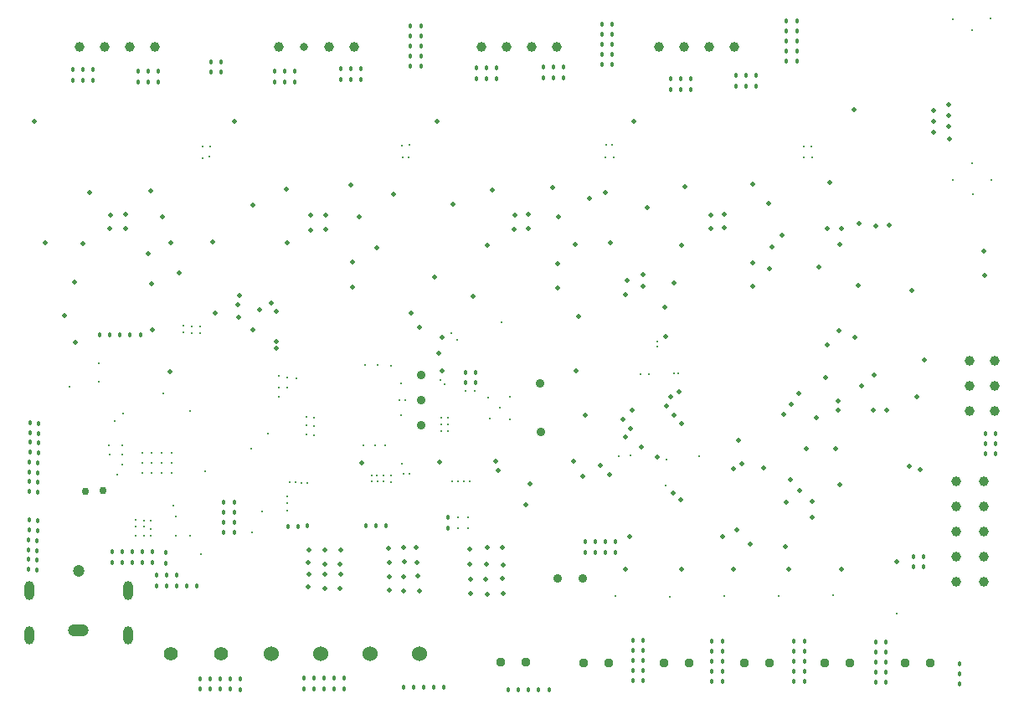
<source format=gbr>
G04 Layer_Color=0*
%FSLAX26Y26*%
%MOIN*%
%TF.FileFunction,Plated,1,2,PTH,Drill*%
%TF.Part,Single*%
G01*
G75*
%TA.AperFunction,ComponentDrill*%
%ADD356C,0.036000*%
%ADD357C,0.037402*%
%ADD358C,0.039000*%
%ADD359C,0.031496*%
%TA.AperFunction,OtherDrill,Pad Free-1 (-2360.985mil,186.843mil)*%
%ADD360C,0.060000*%
%TA.AperFunction,OtherDrill,Pad Free-1 (-2557.835mil,186.843mil)*%
%ADD361C,0.060000*%
%TA.AperFunction,OtherDrill,Pad Free-1 (-2951.535mil,186.843mil)*%
%ADD362C,0.060000*%
%TA.AperFunction,ComponentDrill*%
%ADD363C,0.039000*%
%ADD364C,0.035000*%
%TA.AperFunction,OtherDrill,Pad Free-1 (-2754.685mil,186.843mil)*%
%ADD365C,0.060000*%
%TA.AperFunction,ComponentDrill*%
%ADD366C,0.055000*%
%ADD367C,0.039370*%
%TA.AperFunction,OtherDrill,Pad Free-2 (-3692.535mil,834.842mil)*%
%ADD368C,0.030000*%
%TA.AperFunction,OtherDrill,Pad Free-3 (-3621.535mil,835.842mil)*%
%ADD369C,0.030000*%
%TA.AperFunction,OtherDrill,Pad Free-1 (-3520.386mil,277.937mil)*%
%ADD370C,0.039370*%
%TA.AperFunction,OtherDrill,Pad Free-1 (-3520.386mil,275.937mil)*%
%ADD371C,0.039370*%
%TA.AperFunction,OtherDrill,Pad Free-1 (-3520.386mil,273.937mil)*%
%ADD372C,0.039370*%
%TA.AperFunction,OtherDrill,Pad Free-1 (-3520.386mil,271.937mil)*%
%ADD373C,0.039370*%
%TA.AperFunction,OtherDrill,Pad Free-1 (-3520.386mil,269.937mil)*%
%ADD374C,0.039370*%
%TA.AperFunction,OtherDrill,Pad Free-1 (-3520.386mil,267.937mil)*%
%ADD375C,0.039370*%
%TA.AperFunction,OtherDrill,Pad Free-1 (-3520.386mil,265.937mil)*%
%ADD376C,0.039370*%
%TA.AperFunction,OtherDrill,Pad Free-1 (-3520.386mil,263.937mil)*%
%ADD377C,0.039370*%
%TA.AperFunction,OtherDrill,Pad Free-1 (-3520.386mil,261.937mil)*%
%ADD378C,0.039370*%
%TA.AperFunction,OtherDrill,Pad Free-1 (-3520.386mil,259.937mil)*%
%ADD379C,0.039370*%
%TA.AperFunction,OtherDrill,Pad Free-1 (-3520.386mil,257.937mil)*%
%ADD380C,0.039370*%
%TA.AperFunction,OtherDrill,Pad Free-1 (-3520.386mil,255.937mil)*%
%ADD381C,0.039370*%
%TA.AperFunction,OtherDrill,Pad Free-1 (-3520.386mil,253.937mil)*%
%ADD382C,0.039370*%
%TA.AperFunction,OtherDrill,Pad Free-1 (-3520.386mil,251.937mil)*%
%ADD383C,0.039370*%
%TA.AperFunction,OtherDrill,Pad Free-1 (-3520.386mil,249.937mil)*%
%ADD384C,0.039370*%
%TA.AperFunction,OtherDrill,Pad Free-1 (-3520.386mil,247.937mil)*%
%ADD385C,0.039370*%
%TA.AperFunction,OtherDrill,Pad Free-1 (-3520.386mil,245.937mil)*%
%ADD386C,0.039370*%
%TA.AperFunction,OtherDrill,Pad Free-1 (-3520.386mil,243.937mil)*%
%ADD387C,0.039370*%
%TA.AperFunction,OtherDrill,Pad Free-1 (-3520.386mil,241.937mil)*%
%ADD388C,0.039370*%
%TA.AperFunction,OtherDrill,Pad Free-0 (-3520.386mil,259.937mil)*%
%ADD389C,0.039370*%
%TA.AperFunction,OtherDrill,Pad Free-1 (-3520.386mil,455.102mil)*%
%ADD390C,0.039370*%
%TA.AperFunction,OtherDrill,Pad Free-1 (-3520.386mil,453.102mil)*%
%ADD391C,0.039370*%
%TA.AperFunction,OtherDrill,Pad Free-1 (-3520.386mil,451.102mil)*%
%ADD392C,0.039370*%
%TA.AperFunction,OtherDrill,Pad Free-1 (-3520.386mil,449.102mil)*%
%ADD393C,0.039370*%
%TA.AperFunction,OtherDrill,Pad Free-1 (-3520.386mil,447.102mil)*%
%ADD394C,0.039370*%
%TA.AperFunction,OtherDrill,Pad Free-1 (-3520.386mil,445.102mil)*%
%ADD395C,0.039370*%
%TA.AperFunction,OtherDrill,Pad Free-1 (-3520.386mil,443.102mil)*%
%ADD396C,0.039370*%
%TA.AperFunction,OtherDrill,Pad Free-1 (-3520.386mil,441.102mil)*%
%ADD397C,0.039370*%
%TA.AperFunction,OtherDrill,Pad Free-1 (-3520.386mil,439.102mil)*%
%ADD398C,0.039370*%
%TA.AperFunction,OtherDrill,Pad Free-1 (-3520.386mil,437.102mil)*%
%ADD399C,0.039370*%
%TA.AperFunction,OtherDrill,Pad Free-1 (-3520.386mil,435.102mil)*%
%ADD400C,0.039370*%
%TA.AperFunction,OtherDrill,Pad Free-1 (-3520.386mil,433.102mil)*%
%ADD401C,0.039370*%
%TA.AperFunction,OtherDrill,Pad Free-1 (-3520.386mil,431.102mil)*%
%ADD402C,0.039370*%
%TA.AperFunction,OtherDrill,Pad Free-1 (-3520.386mil,429.102mil)*%
%ADD403C,0.039370*%
%TA.AperFunction,OtherDrill,Pad Free-1 (-3520.386mil,427.102mil)*%
%ADD404C,0.039370*%
%TA.AperFunction,OtherDrill,Pad Free-1 (-3520.386mil,425.102mil)*%
%ADD405C,0.039370*%
%TA.AperFunction,OtherDrill,Pad Free-1 (-3520.386mil,423.102mil)*%
%ADD406C,0.039370*%
%TA.AperFunction,OtherDrill,Pad Free-1 (-3520.386mil,421.102mil)*%
%ADD407C,0.039370*%
%TA.AperFunction,OtherDrill,Pad Free-1 (-3520.386mil,419.102mil)*%
%ADD408C,0.039370*%
%TA.AperFunction,OtherDrill,Pad Free-0 (-3520.386mil,437.102mil)*%
%ADD409C,0.039370*%
%TA.AperFunction,OtherDrill,Pad Free-1 (-3737.63mil,279.992mil)*%
%ADD410C,0.047244*%
%TA.AperFunction,OtherDrill,Pad Free-1 (-3735.63mil,279.992mil)*%
%ADD411C,0.047244*%
%TA.AperFunction,OtherDrill,Pad Free-1 (-3733.63mil,279.992mil)*%
%ADD412C,0.047244*%
%TA.AperFunction,OtherDrill,Pad Free-1 (-3731.63mil,279.992mil)*%
%ADD413C,0.047244*%
%TA.AperFunction,OtherDrill,Pad Free-1 (-3729.63mil,279.992mil)*%
%ADD414C,0.047244*%
%TA.AperFunction,OtherDrill,Pad Free-1 (-3727.63mil,279.992mil)*%
%ADD415C,0.047244*%
%TA.AperFunction,OtherDrill,Pad Free-1 (-3725.63mil,279.992mil)*%
%ADD416C,0.047244*%
%TA.AperFunction,OtherDrill,Pad Free-1 (-3723.63mil,279.992mil)*%
%ADD417C,0.047244*%
%TA.AperFunction,OtherDrill,Pad Free-1 (-3721.63mil,279.992mil)*%
%ADD418C,0.047244*%
%TA.AperFunction,OtherDrill,Pad Free-1 (-3719.63mil,279.992mil)*%
%ADD419C,0.047244*%
%TA.AperFunction,OtherDrill,Pad Free-1 (-3717.63mil,279.992mil)*%
%ADD420C,0.047244*%
%TA.AperFunction,OtherDrill,Pad Free-1 (-3715.63mil,279.992mil)*%
%ADD421C,0.047244*%
%TA.AperFunction,OtherDrill,Pad Free-1 (-3713.63mil,279.992mil)*%
%ADD422C,0.047244*%
%TA.AperFunction,OtherDrill,Pad Free-1 (-3711.63mil,279.992mil)*%
%ADD423C,0.047244*%
%TA.AperFunction,OtherDrill,Pad Free-1 (-3709.63mil,279.992mil)*%
%ADD424C,0.047244*%
%TA.AperFunction,OtherDrill,Pad Free-1 (-3707.63mil,279.992mil)*%
%ADD425C,0.047244*%
%TA.AperFunction,OtherDrill,Pad Free-1 (-3705.63mil,279.992mil)*%
%ADD426C,0.047244*%
%TA.AperFunction,OtherDrill,Pad Free-1 (-3703.63mil,279.992mil)*%
%ADD427C,0.047244*%
%TA.AperFunction,OtherDrill,Pad Free-1 (-3701.63mil,279.992mil)*%
%ADD428C,0.047244*%
%TA.AperFunction,OtherDrill,Pad Free-0 (-3719.63mil,279.992mil)*%
%ADD429C,0.039370*%
%TA.AperFunction,OtherDrill,Pad Free-3 (-3716.685mil,515.968mil)*%
%ADD430C,0.047244*%
%TA.AperFunction,OtherDrill,Pad Free-0 (-3914.087mil,259.937mil)*%
%ADD431C,0.039370*%
%TA.AperFunction,OtherDrill,Pad Free-1 (-3914.087mil,241.937mil)*%
%ADD432C,0.039370*%
%TA.AperFunction,OtherDrill,Pad Free-1 (-3914.087mil,243.937mil)*%
%ADD433C,0.039370*%
%TA.AperFunction,OtherDrill,Pad Free-1 (-3914.087mil,245.937mil)*%
%ADD434C,0.039370*%
%TA.AperFunction,OtherDrill,Pad Free-1 (-3914.087mil,247.937mil)*%
%ADD435C,0.039370*%
%TA.AperFunction,OtherDrill,Pad Free-1 (-3914.087mil,249.937mil)*%
%ADD436C,0.039370*%
%TA.AperFunction,OtherDrill,Pad Free-1 (-3914.087mil,251.937mil)*%
%ADD437C,0.039370*%
%TA.AperFunction,OtherDrill,Pad Free-1 (-3914.087mil,253.937mil)*%
%ADD438C,0.039370*%
%TA.AperFunction,OtherDrill,Pad Free-1 (-3914.087mil,255.937mil)*%
%ADD439C,0.039370*%
%TA.AperFunction,OtherDrill,Pad Free-1 (-3914.087mil,257.937mil)*%
%ADD440C,0.039370*%
%TA.AperFunction,OtherDrill,Pad Free-1 (-3914.087mil,259.937mil)*%
%ADD441C,0.039370*%
%TA.AperFunction,OtherDrill,Pad Free-1 (-3914.087mil,261.937mil)*%
%ADD442C,0.039370*%
%TA.AperFunction,OtherDrill,Pad Free-1 (-3914.087mil,263.937mil)*%
%ADD443C,0.039370*%
%TA.AperFunction,OtherDrill,Pad Free-1 (-3914.087mil,265.937mil)*%
%ADD444C,0.039370*%
%TA.AperFunction,OtherDrill,Pad Free-1 (-3914.087mil,267.937mil)*%
%ADD445C,0.039370*%
%TA.AperFunction,OtherDrill,Pad Free-1 (-3914.087mil,269.937mil)*%
%ADD446C,0.039370*%
%TA.AperFunction,OtherDrill,Pad Free-1 (-3914.087mil,271.937mil)*%
%ADD447C,0.039370*%
%TA.AperFunction,OtherDrill,Pad Free-1 (-3914.087mil,273.937mil)*%
%ADD448C,0.039370*%
%TA.AperFunction,OtherDrill,Pad Free-1 (-3914.087mil,275.937mil)*%
%ADD449C,0.039370*%
%TA.AperFunction,OtherDrill,Pad Free-1 (-3914.087mil,277.937mil)*%
%ADD450C,0.039370*%
%TA.AperFunction,OtherDrill,Pad Free-1 (-3914.087mil,419.102mil)*%
%ADD451C,0.039370*%
%TA.AperFunction,OtherDrill,Pad Free-1 (-3914.087mil,421.102mil)*%
%ADD452C,0.039370*%
%TA.AperFunction,OtherDrill,Pad Free-1 (-3914.087mil,423.102mil)*%
%ADD453C,0.039370*%
%TA.AperFunction,OtherDrill,Pad Free-1 (-3914.087mil,425.102mil)*%
%ADD454C,0.039370*%
%TA.AperFunction,OtherDrill,Pad Free-1 (-3914.087mil,427.102mil)*%
%ADD455C,0.039370*%
%TA.AperFunction,OtherDrill,Pad Free-1 (-3914.087mil,429.102mil)*%
%ADD456C,0.039370*%
%TA.AperFunction,OtherDrill,Pad Free-1 (-3914.087mil,431.102mil)*%
%ADD457C,0.039370*%
%TA.AperFunction,OtherDrill,Pad Free-1 (-3914.087mil,433.102mil)*%
%ADD458C,0.039370*%
%TA.AperFunction,OtherDrill,Pad Free-1 (-3914.087mil,435.102mil)*%
%ADD459C,0.039370*%
%TA.AperFunction,OtherDrill,Pad Free-1 (-3914.087mil,437.102mil)*%
%ADD460C,0.039370*%
%TA.AperFunction,OtherDrill,Pad Free-1 (-3914.087mil,439.102mil)*%
%ADD461C,0.039370*%
%TA.AperFunction,OtherDrill,Pad Free-1 (-3914.087mil,441.102mil)*%
%ADD462C,0.039370*%
%TA.AperFunction,OtherDrill,Pad Free-1 (-3914.087mil,443.102mil)*%
%ADD463C,0.039370*%
%TA.AperFunction,OtherDrill,Pad Free-1 (-3914.087mil,445.102mil)*%
%ADD464C,0.039370*%
%TA.AperFunction,OtherDrill,Pad Free-1 (-3914.087mil,447.102mil)*%
%ADD465C,0.039370*%
%TA.AperFunction,OtherDrill,Pad Free-1 (-3914.087mil,449.102mil)*%
%ADD466C,0.039370*%
%TA.AperFunction,OtherDrill,Pad Free-1 (-3914.087mil,451.102mil)*%
%ADD467C,0.039370*%
%TA.AperFunction,OtherDrill,Pad Free-1 (-3914.087mil,453.102mil)*%
%ADD468C,0.039370*%
%TA.AperFunction,OtherDrill,Pad Free-1 (-3914.087mil,455.102mil)*%
%ADD469C,0.039370*%
%TA.AperFunction,OtherDrill,Pad Free-0 (-3914.087mil,437.102mil)*%
%ADD470C,0.039370*%
%TA.AperFunction,ComponentDrill*%
%ADD471C,0.035433*%
%TA.AperFunction,ViaDrill,NotFilled*%
%ADD472C,0.012000*%
%ADD473C,0.019685*%
%ADD474C,0.018000*%
%ADD475C,0.011811*%
D356*
X-2355000Y1295000D02*
D03*
Y1195000D02*
D03*
Y1095000D02*
D03*
D357*
X-1607535Y150843D02*
D03*
X-1707535D02*
D03*
X-1287535D02*
D03*
X-1387535D02*
D03*
X-967535D02*
D03*
X-1067535D02*
D03*
X-747535D02*
D03*
X-647535D02*
D03*
X-327535D02*
D03*
X-427535D02*
D03*
X-2036535Y151843D02*
D03*
X-1936535D02*
D03*
D358*
X-1307488Y2604843D02*
D03*
X-1407488D02*
D03*
X-1207488D02*
D03*
X-1107488D02*
D03*
X-1814535D02*
D03*
X-1914535D02*
D03*
X-2114535D02*
D03*
X-2014535D02*
D03*
X-2619535D02*
D03*
X-2719535D02*
D03*
X-2919535D02*
D03*
X-3414535D02*
D03*
X-3514535D02*
D03*
X-3714535D02*
D03*
X-3614535D02*
D03*
D359*
X-2819535D02*
D03*
D360*
X-2360985Y186843D02*
D03*
D361*
X-2557835D02*
D03*
D362*
X-2951535D02*
D03*
D363*
X-69535Y1154842D02*
D03*
X-169535Y1354842D02*
D03*
X-69535Y1254842D02*
D03*
X-169535Y1154842D02*
D03*
Y1254842D02*
D03*
X-69535Y1354842D02*
D03*
D364*
X-1878121Y1071510D02*
D03*
X-1879535Y1263842D02*
D03*
D365*
X-2754685Y186843D02*
D03*
D366*
X-3151535D02*
D03*
X-3351535D02*
D03*
D367*
X-224772Y874842D02*
D03*
X-114535D02*
D03*
X-224772Y774842D02*
D03*
X-114535D02*
D03*
X-224772Y674842D02*
D03*
X-114535D02*
D03*
X-224772Y574842D02*
D03*
X-114535D02*
D03*
X-224772Y474842D02*
D03*
X-114535D02*
D03*
D368*
X-3692535Y834842D02*
D03*
D369*
X-3621535Y835842D02*
D03*
D370*
X-3520386Y277937D02*
D03*
D371*
Y275937D02*
D03*
D372*
Y273937D02*
D03*
D373*
Y271937D02*
D03*
D374*
Y269937D02*
D03*
D375*
Y267937D02*
D03*
D03*
D376*
Y265937D02*
D03*
D377*
Y263937D02*
D03*
D378*
Y261937D02*
D03*
D03*
D379*
Y259937D02*
D03*
D03*
D380*
Y257937D02*
D03*
D03*
D381*
Y255937D02*
D03*
D382*
Y253937D02*
D03*
D383*
Y251937D02*
D03*
D03*
D384*
Y249937D02*
D03*
D385*
Y247937D02*
D03*
D386*
Y245937D02*
D03*
D387*
Y243937D02*
D03*
D388*
Y241937D02*
D03*
D389*
Y259937D02*
D03*
D390*
Y455102D02*
D03*
D391*
Y453102D02*
D03*
D392*
Y451102D02*
D03*
D393*
Y449102D02*
D03*
D394*
Y447102D02*
D03*
D395*
Y445102D02*
D03*
D03*
D396*
Y443102D02*
D03*
D397*
Y441102D02*
D03*
D398*
Y439102D02*
D03*
D03*
D399*
Y437102D02*
D03*
D03*
D400*
Y435102D02*
D03*
D03*
D401*
Y433102D02*
D03*
D402*
Y431102D02*
D03*
D403*
Y429102D02*
D03*
D03*
D404*
Y427102D02*
D03*
D405*
Y425102D02*
D03*
D406*
Y423102D02*
D03*
D407*
Y421102D02*
D03*
D408*
Y419102D02*
D03*
D409*
Y437102D02*
D03*
D410*
X-3737630Y279992D02*
D03*
D411*
X-3735630D02*
D03*
D412*
X-3733630D02*
D03*
D413*
X-3731630D02*
D03*
D414*
X-3729630D02*
D03*
D415*
X-3727630D02*
D03*
D03*
D416*
X-3725630D02*
D03*
D417*
X-3723630D02*
D03*
D418*
X-3721630D02*
D03*
D03*
D419*
X-3719630D02*
D03*
D03*
D420*
X-3717630D02*
D03*
D03*
D421*
X-3715630D02*
D03*
D422*
X-3713630D02*
D03*
D423*
X-3711630D02*
D03*
D03*
D424*
X-3709630D02*
D03*
D425*
X-3707630D02*
D03*
D426*
X-3705630D02*
D03*
D427*
X-3703630D02*
D03*
D428*
X-3701630D02*
D03*
D429*
X-3719630D02*
D03*
D430*
X-3716685Y515968D02*
D03*
D431*
X-3914087Y259937D02*
D03*
D432*
Y241937D02*
D03*
D433*
Y243937D02*
D03*
D434*
Y245937D02*
D03*
D435*
Y247937D02*
D03*
D436*
Y249937D02*
D03*
D437*
Y251937D02*
D03*
D03*
D438*
Y253937D02*
D03*
D439*
Y255937D02*
D03*
D440*
Y257937D02*
D03*
D03*
D441*
Y259937D02*
D03*
D03*
D442*
Y261937D02*
D03*
D03*
D443*
Y263937D02*
D03*
D444*
Y265937D02*
D03*
D445*
Y267937D02*
D03*
D03*
D446*
Y269937D02*
D03*
D447*
Y271937D02*
D03*
D448*
Y273937D02*
D03*
D449*
Y275937D02*
D03*
D450*
Y277937D02*
D03*
D451*
Y419102D02*
D03*
D452*
Y421102D02*
D03*
D453*
Y423102D02*
D03*
D454*
Y425102D02*
D03*
D455*
Y427102D02*
D03*
D456*
Y429102D02*
D03*
D03*
D457*
Y431102D02*
D03*
D458*
Y433102D02*
D03*
D459*
Y435102D02*
D03*
D03*
D460*
Y437102D02*
D03*
D03*
D461*
Y439102D02*
D03*
D03*
D462*
Y441102D02*
D03*
D463*
Y443102D02*
D03*
D464*
Y445102D02*
D03*
D03*
D465*
Y447102D02*
D03*
D466*
Y449102D02*
D03*
D467*
Y451102D02*
D03*
D468*
Y453102D02*
D03*
D469*
Y455102D02*
D03*
D470*
Y437102D02*
D03*
D471*
X-1710535Y486842D02*
D03*
X-1810535D02*
D03*
D472*
X-3430000Y656000D02*
D03*
X-3431000Y684000D02*
D03*
Y715000D02*
D03*
X-3457000Y716000D02*
D03*
Y692000D02*
D03*
X-3458000Y658000D02*
D03*
X-3490000D02*
D03*
X-2850000Y1283000D02*
D03*
X-2887000Y1286000D02*
D03*
Y1247000D02*
D03*
X-2920000Y1209000D02*
D03*
Y1248000D02*
D03*
X-2921000Y1293000D02*
D03*
X-3235000Y1489000D02*
D03*
X-3269000Y1491000D02*
D03*
X-3301000Y1492000D02*
D03*
X-3235000Y1462000D02*
D03*
X-3269000Y1463000D02*
D03*
X-3301000Y1465000D02*
D03*
X-2233000Y1463000D02*
D03*
X-2211000Y1438000D02*
D03*
X-2434000Y1138000D02*
D03*
X-2433000Y1264000D02*
D03*
X-2441000Y1196000D02*
D03*
X-2418000Y1195000D02*
D03*
X-1349000Y1304500D02*
D03*
X-1330000D02*
D03*
X-2781000Y1058000D02*
D03*
X-2782000Y1128000D02*
D03*
X-2781000Y1092000D02*
D03*
X-2811000Y1060000D02*
D03*
X-2812000Y1095000D02*
D03*
X-2811000Y1131000D02*
D03*
X-2585000Y1017000D02*
D03*
X-2499000D02*
D03*
X-2539000Y1018000D02*
D03*
X-2474000Y1334000D02*
D03*
X-2526000Y1336000D02*
D03*
X-2576000D02*
D03*
X-2140000Y1232000D02*
D03*
X-2179000Y1233000D02*
D03*
X-2273000Y1072000D02*
D03*
X-2249000D02*
D03*
Y1101000D02*
D03*
Y1125000D02*
D03*
X-2274000Y1100000D02*
D03*
Y1126000D02*
D03*
X-2261000Y1261000D02*
D03*
X-2277000Y1276000D02*
D03*
X-1414000Y1430000D02*
D03*
X-1413535Y1409000D02*
D03*
X-1447000Y1300000D02*
D03*
X-1480000Y1299000D02*
D03*
X-2035000Y1506000D02*
D03*
X-1580535Y417842D02*
D03*
X-461535Y346842D02*
D03*
X-714535Y418842D02*
D03*
X-931535Y416842D02*
D03*
X-1148535D02*
D03*
X-1365535Y414842D02*
D03*
X-1246535Y973842D02*
D03*
X-1380535Y855842D02*
D03*
X-1377535Y960842D02*
D03*
X-1566535Y972842D02*
D03*
X-1522535Y976842D02*
D03*
X-1999535Y1208842D02*
D03*
X-2086535Y1207842D02*
D03*
X-2082535Y1122842D02*
D03*
X-2000535Y1120842D02*
D03*
X-2041535Y1166842D02*
D03*
X-3465590Y907472D02*
D03*
X-3426220D02*
D03*
X-3386850D02*
D03*
X-3347480D02*
D03*
Y986213D02*
D03*
X-3386850D02*
D03*
X-3426220D02*
D03*
X-3465590D02*
D03*
Y946842D02*
D03*
X-3426220D02*
D03*
X-3347480D02*
D03*
X-3386850D02*
D03*
X-3275535Y1151842D02*
D03*
X-3342535Y776842D02*
D03*
X-3380535Y1223842D02*
D03*
X-3542535Y1142842D02*
D03*
X-3564535Y898842D02*
D03*
X-3330535Y732842D02*
D03*
X-3490535Y718842D02*
D03*
X-3230535Y581842D02*
D03*
X-3275535Y655842D02*
D03*
X-3572794Y1112842D02*
D03*
X-3489535Y691842D02*
D03*
X-86535Y2715843D02*
D03*
X-236535Y2714843D02*
D03*
X-161535Y2668843D02*
D03*
X-236535Y2071843D02*
D03*
X-85535D02*
D03*
X-160535Y2138843D02*
D03*
X-157535Y2017842D02*
D03*
X-2965535Y1061842D02*
D03*
X-3031535Y1003842D02*
D03*
X-3215535Y911842D02*
D03*
X-3636535Y1344842D02*
D03*
X-3755535Y1249842D02*
D03*
X-3638535Y1270842D02*
D03*
X-3595535Y980842D02*
D03*
X-3545535D02*
D03*
Y938842D02*
D03*
Y1017842D02*
D03*
X-3596535D02*
D03*
X-2986535Y754842D02*
D03*
X-3028535Y670842D02*
D03*
X-2503535Y871842D02*
D03*
X-2526535D02*
D03*
X-2549535D02*
D03*
X-2475535Y870842D02*
D03*
X-2503535Y895842D02*
D03*
X-2474535D02*
D03*
X-2529535D02*
D03*
X-2552535D02*
D03*
X-2400535Y903842D02*
D03*
X-2425535Y902842D02*
D03*
X-2430535Y944842D02*
D03*
X-2230535Y874842D02*
D03*
X-2207535D02*
D03*
X-2184535D02*
D03*
X-2161535D02*
D03*
X-2876535Y869842D02*
D03*
X-2853535D02*
D03*
X-2830535Y867842D02*
D03*
X-2806535Y866842D02*
D03*
X-2888535Y813842D02*
D03*
Y785842D02*
D03*
Y757842D02*
D03*
X-3330535Y656842D02*
D03*
D473*
X-3355000Y1311000D02*
D03*
X-2931000Y1403000D02*
D03*
Y1430000D02*
D03*
X-3173000Y1543000D02*
D03*
X-779535Y1127842D02*
D03*
X-693535Y1192842D02*
D03*
X-499535Y1156842D02*
D03*
X-1091535Y1037842D02*
D03*
X-549535Y1295842D02*
D03*
X-627535Y1447842D02*
D03*
X-737535Y1416842D02*
D03*
X-745535Y1285842D02*
D03*
X-489535Y1891842D02*
D03*
X-545535Y1890842D02*
D03*
X-772535Y1726842D02*
D03*
X-687535Y1815842D02*
D03*
X-679535Y1878842D02*
D03*
X-726535Y2064843D02*
D03*
X-555535Y1156842D02*
D03*
X-693535D02*
D03*
X-602535Y1253842D02*
D03*
X-1348535Y1137842D02*
D03*
X-1413535Y970842D02*
D03*
X-1382535Y1448842D02*
D03*
X-1360535Y1209842D02*
D03*
X-1378535Y1171842D02*
D03*
X-1110535Y921842D02*
D03*
X-1154535Y651842D02*
D03*
X-1076535Y943842D02*
D03*
X-1096535Y679842D02*
D03*
X-1043535Y623842D02*
D03*
X-905535Y614842D02*
D03*
X-797535Y728842D02*
D03*
X-846535Y837842D02*
D03*
X-880535Y1180842D02*
D03*
X-851535Y1221842D02*
D03*
X-400535Y1631842D02*
D03*
X-692535Y1471842D02*
D03*
X-612535Y1898842D02*
D03*
X-1319535Y800842D02*
D03*
X-901535Y789842D02*
D03*
X-819535Y1004842D02*
D03*
X-705535Y1003842D02*
D03*
X-909535Y1140842D02*
D03*
X-1316535Y1104842D02*
D03*
X-738535Y1880842D02*
D03*
X-614535Y1652842D02*
D03*
X-632535Y2351843D02*
D03*
X-250535Y2235843D02*
D03*
X-314535Y2350843D02*
D03*
Y2306843D02*
D03*
Y2262843D02*
D03*
X-254535Y2374843D02*
D03*
Y2330843D02*
D03*
Y2286843D02*
D03*
X-2362535Y1487842D02*
D03*
X-1919535Y864842D02*
D03*
X-918535Y1852842D02*
D03*
X-967535Y1720842D02*
D03*
X-3024535Y1475842D02*
D03*
X-3025535Y1973842D02*
D03*
X-2227535Y1977842D02*
D03*
X-972535Y1980842D02*
D03*
X-1541535Y523842D02*
D03*
X-1316535Y522842D02*
D03*
X-1110535Y523842D02*
D03*
X-892535Y524842D02*
D03*
X-680535D02*
D03*
X-1508535Y2307843D02*
D03*
X-3096535D02*
D03*
X-2289535D02*
D03*
X-1523535Y653842D02*
D03*
X-3894535Y2307843D02*
D03*
X-2932000Y1549000D02*
D03*
X-3317535Y1701842D02*
D03*
X-3850623Y1821755D02*
D03*
X-1146535Y1937842D02*
D03*
X-1148535Y1882842D02*
D03*
X-1200535Y1934842D02*
D03*
X-1201535Y1880842D02*
D03*
X-1927535Y1935842D02*
D03*
X-1928535Y1879842D02*
D03*
X-1980535Y1932842D02*
D03*
X-1984535Y1876842D02*
D03*
X-2734535Y1933842D02*
D03*
X-2735535Y1875842D02*
D03*
X-2794535Y1931842D02*
D03*
Y1873842D02*
D03*
X-3530535Y1935842D02*
D03*
X-3531535Y1880842D02*
D03*
X-3590535Y1933842D02*
D03*
X-3593535Y1878842D02*
D03*
X-1327535Y1229842D02*
D03*
X-2056535Y953842D02*
D03*
X-2048535Y915842D02*
D03*
X-1936535Y780842D02*
D03*
X-1738535Y1313842D02*
D03*
X-2589535Y946842D02*
D03*
X-2281535Y949842D02*
D03*
X-2272535Y1311842D02*
D03*
X-2284535Y1382842D02*
D03*
X-2272535Y1445842D02*
D03*
X-1476535Y1009842D02*
D03*
X-1515535Y1156842D02*
D03*
X-1552535Y1118842D02*
D03*
X-1519535Y1084842D02*
D03*
X-1541535Y1048842D02*
D03*
X-1639535Y935842D02*
D03*
X-1712535Y891842D02*
D03*
X-1746535Y953842D02*
D03*
X-1035535Y1743842D02*
D03*
Y1649842D02*
D03*
X-1811535Y1739745D02*
D03*
Y1642842D02*
D03*
X-2628535Y1646842D02*
D03*
Y1745842D02*
D03*
X-3442535Y1778842D02*
D03*
X-3428535Y1658897D02*
D03*
X-3674535Y2024842D02*
D03*
X-3429535Y2029842D02*
D03*
X-2889535Y2037842D02*
D03*
X-2634535Y2053843D02*
D03*
X-2071535Y2034842D02*
D03*
X-1829535Y2043881D02*
D03*
X-1304535Y2047881D02*
D03*
X-1034535Y2056881D02*
D03*
X-1740535Y1817842D02*
D03*
X-1806497Y1927881D02*
D03*
X-2529535Y1803842D02*
D03*
X-2601535Y1925842D02*
D03*
X-3349535Y1824842D02*
D03*
X-3384497Y1927881D02*
D03*
X-958535Y1807842D02*
D03*
X-1455234Y1963144D02*
D03*
X-1539535Y1617842D02*
D03*
X-1534535Y1673842D02*
D03*
X-1383535Y1565842D02*
D03*
X-1348535Y1662842D02*
D03*
X-1350535Y827842D02*
D03*
X-1603535Y898842D02*
D03*
X-3774535Y1532842D02*
D03*
X-3730535Y1425842D02*
D03*
X-114535Y1789842D02*
D03*
X-1699535Y1135842D02*
D03*
X-2465535Y2015842D02*
D03*
X-2299535Y1686842D02*
D03*
X-2146535Y1609842D02*
D03*
X-2393535Y1544842D02*
D03*
X-1599623Y1821930D02*
D03*
X-1727535Y1528842D02*
D03*
X-1471535Y1649842D02*
D03*
Y1697842D02*
D03*
X-2091535Y1813842D02*
D03*
X-2888535Y1824842D02*
D03*
X-3078535Y1614842D02*
D03*
X-3184623Y1826755D02*
D03*
X-3733535Y1666842D02*
D03*
X-3699535Y1818842D02*
D03*
X-1317535Y1813842D02*
D03*
X-2950535Y1583842D02*
D03*
X-112535Y1693842D02*
D03*
X-1683535Y1999842D02*
D03*
X-1619535Y2024842D02*
D03*
X-2804535Y550842D02*
D03*
X-2801175Y601482D02*
D03*
X-2738535Y600842D02*
D03*
Y543842D02*
D03*
X-2677535Y544842D02*
D03*
X-2673896Y601482D02*
D03*
X-2482535Y439842D02*
D03*
X-2481535Y492842D02*
D03*
Y550842D02*
D03*
X-2484535Y607842D02*
D03*
X-2424535Y610842D02*
D03*
X-2421535Y552842D02*
D03*
X-2423535Y493842D02*
D03*
X-2424535Y437842D02*
D03*
X-2362535Y436842D02*
D03*
X-2368535Y495842D02*
D03*
X-2370535Y549842D02*
D03*
X-2375535Y609842D02*
D03*
X-2162535Y602842D02*
D03*
X-2160535Y543842D02*
D03*
X-2158535Y483842D02*
D03*
Y425842D02*
D03*
X-2092535Y421842D02*
D03*
X-2096535Y484842D02*
D03*
X-2093535Y544842D02*
D03*
X-2091535Y608842D02*
D03*
X-2031535Y609842D02*
D03*
X-2028535Y540842D02*
D03*
X-2030535Y487842D02*
D03*
X-2027535Y427842D02*
D03*
X-796535Y794842D02*
D03*
X-686535Y859842D02*
D03*
X-409535Y933842D02*
D03*
X-367535Y919842D02*
D03*
X-884535Y880842D02*
D03*
X-992535Y925842D02*
D03*
X-462535Y553842D02*
D03*
X-351535Y1355842D02*
D03*
X-382535Y1210842D02*
D03*
X-2674256Y502842D02*
D03*
X-2677896Y446203D02*
D03*
X-2738896Y445203D02*
D03*
Y502203D02*
D03*
X-2801535Y502842D02*
D03*
X-2804896Y452203D02*
D03*
X-3082535Y1526842D02*
D03*
X-3084035Y1576342D02*
D03*
X-3424535Y1475842D02*
D03*
X-2996535Y1556842D02*
D03*
D474*
X-3471535Y1456842D02*
D03*
X-1844535Y42843D02*
D03*
X-1886535Y43843D02*
D03*
X-1926535D02*
D03*
X-1966535D02*
D03*
X-2006535D02*
D03*
X-2263535Y52843D02*
D03*
X-2305535Y53843D02*
D03*
X-2345535D02*
D03*
X-2385535D02*
D03*
X-2425535D02*
D03*
X-3877535Y986842D02*
D03*
Y1026842D02*
D03*
X-3911535Y988842D02*
D03*
X-3877535Y1063842D02*
D03*
X-3911535Y1028842D02*
D03*
Y1065842D02*
D03*
Y1105842D02*
D03*
X-3877535Y1103842D02*
D03*
X-3880535Y829842D02*
D03*
Y869842D02*
D03*
X-3914535Y831842D02*
D03*
X-3880535Y906842D02*
D03*
X-3914535Y871842D02*
D03*
Y908842D02*
D03*
Y948842D02*
D03*
X-3880535Y946842D02*
D03*
Y676842D02*
D03*
Y716842D02*
D03*
X-3914535Y678842D02*
D03*
Y718842D02*
D03*
X-3192535Y2501843D02*
D03*
X-2595535Y2473843D02*
D03*
X-2396535Y2527843D02*
D03*
X-2093535Y2477843D02*
D03*
X-1868535Y2479843D02*
D03*
X-1635535Y2534843D02*
D03*
X-857535Y2545843D02*
D03*
X-899535D02*
D03*
X-2178535Y1307842D02*
D03*
Y1265842D02*
D03*
X-353535Y574842D02*
D03*
X-395535D02*
D03*
X-353535Y534842D02*
D03*
X-395535D02*
D03*
X-66535Y1062842D02*
D03*
Y1022842D02*
D03*
X-108535Y1062842D02*
D03*
Y1022842D02*
D03*
X-66535Y982842D02*
D03*
X-108535D02*
D03*
X-3140535Y750842D02*
D03*
Y710842D02*
D03*
Y670842D02*
D03*
X-3584535Y591842D02*
D03*
Y549842D02*
D03*
X-3544535Y591842D02*
D03*
Y549842D02*
D03*
X-3504535Y591842D02*
D03*
Y549842D02*
D03*
X-3464535Y591842D02*
D03*
Y549842D02*
D03*
X-2821535Y46843D02*
D03*
X-2781535D02*
D03*
X-2741535D02*
D03*
X-2701535D02*
D03*
X-2661535D02*
D03*
X-3073535Y86843D02*
D03*
X-3115535Y87843D02*
D03*
Y45843D02*
D03*
X-3155535Y87843D02*
D03*
Y45843D02*
D03*
X-3195535Y87843D02*
D03*
Y45843D02*
D03*
X-3235535Y87843D02*
D03*
Y45843D02*
D03*
X-870535Y237843D02*
D03*
Y197843D02*
D03*
Y157843D02*
D03*
Y117843D02*
D03*
Y77843D02*
D03*
X-545535Y232843D02*
D03*
Y192843D02*
D03*
Y152843D02*
D03*
Y112843D02*
D03*
Y72843D02*
D03*
X-209535Y146843D02*
D03*
Y106843D02*
D03*
Y66843D02*
D03*
X-503535Y192843D02*
D03*
Y232843D02*
D03*
Y152843D02*
D03*
Y112843D02*
D03*
Y72843D02*
D03*
X-828535Y197843D02*
D03*
Y237843D02*
D03*
Y157843D02*
D03*
Y117843D02*
D03*
Y77843D02*
D03*
X-1155535Y197843D02*
D03*
Y237843D02*
D03*
Y157843D02*
D03*
Y117843D02*
D03*
Y77843D02*
D03*
X-1197535Y197843D02*
D03*
Y237843D02*
D03*
Y157843D02*
D03*
Y117843D02*
D03*
Y77843D02*
D03*
X-1469535Y198843D02*
D03*
Y238843D02*
D03*
Y158843D02*
D03*
Y118843D02*
D03*
Y78843D02*
D03*
X-1511535Y198843D02*
D03*
Y238843D02*
D03*
Y158843D02*
D03*
Y118843D02*
D03*
Y78843D02*
D03*
X-2138535Y1265842D02*
D03*
Y1307842D02*
D03*
X-1100535Y2446843D02*
D03*
X-1060535D02*
D03*
X-1020535D02*
D03*
X-2898535Y2464843D02*
D03*
X-3424535Y549842D02*
D03*
Y591842D02*
D03*
X-2701535Y88843D02*
D03*
X-2661535D02*
D03*
X-2741535D02*
D03*
X-2781535D02*
D03*
X-2821535D02*
D03*
X-2246535Y729842D02*
D03*
Y687842D02*
D03*
X-2573535Y695842D02*
D03*
X-2533535D02*
D03*
X-2493535D02*
D03*
X-2883535Y694842D02*
D03*
X-2844535D02*
D03*
X-2807535Y695842D02*
D03*
X-3098535Y790842D02*
D03*
Y750842D02*
D03*
Y710842D02*
D03*
Y670842D02*
D03*
X-3140535Y790842D02*
D03*
X-1581535Y632842D02*
D03*
X-1621535Y590842D02*
D03*
X-1661535Y632842D02*
D03*
X-1701535D02*
D03*
Y590842D02*
D03*
X-1661535D02*
D03*
X-1581535D02*
D03*
X-3369535Y545842D02*
D03*
X-3246535Y457842D02*
D03*
X-3369535Y588842D02*
D03*
X-3286535Y457842D02*
D03*
X-3326535D02*
D03*
Y499842D02*
D03*
X-3366535D02*
D03*
X-3406535D02*
D03*
Y457842D02*
D03*
X-3366535D02*
D03*
X-3515535Y1456842D02*
D03*
X-3555535D02*
D03*
X-3595535D02*
D03*
X-3635535D02*
D03*
X-3883535Y519842D02*
D03*
Y559842D02*
D03*
X-3192535Y2541843D02*
D03*
X-3150535Y2501843D02*
D03*
Y2541843D02*
D03*
X-1359535Y2475843D02*
D03*
X-1319535D02*
D03*
X-1359535Y2433843D02*
D03*
X-1319535D02*
D03*
X-1279535Y2475843D02*
D03*
Y2433843D02*
D03*
X-1060535Y2488843D02*
D03*
X-1100535D02*
D03*
X-1020535D02*
D03*
X-899535Y2585843D02*
D03*
X-857535D02*
D03*
X-899535Y2625843D02*
D03*
X-857535D02*
D03*
X-899535Y2665843D02*
D03*
X-857535D02*
D03*
X-899535Y2705843D02*
D03*
X-857535D02*
D03*
X-1593535Y2534843D02*
D03*
X-1635535Y2574843D02*
D03*
X-1593535D02*
D03*
X-1635535Y2614843D02*
D03*
X-1593535D02*
D03*
X-1635535Y2654843D02*
D03*
X-1593535D02*
D03*
X-1635535Y2694843D02*
D03*
X-1593535D02*
D03*
X-1828535Y2479843D02*
D03*
X-1788535D02*
D03*
X-1868535Y2521843D02*
D03*
X-1828535D02*
D03*
X-1788535D02*
D03*
X-2133535Y2477843D02*
D03*
X-2053535D02*
D03*
X-2133535Y2519843D02*
D03*
X-2093535D02*
D03*
X-2053535D02*
D03*
X-2354535Y2527843D02*
D03*
X-2396535Y2567843D02*
D03*
X-2354535D02*
D03*
X-2396535Y2607843D02*
D03*
X-2354535D02*
D03*
X-2396535Y2647843D02*
D03*
X-2354535D02*
D03*
X-2396535Y2687843D02*
D03*
X-2354535D02*
D03*
X-2858535Y2464843D02*
D03*
X-2938535D02*
D03*
Y2506843D02*
D03*
X-2898535D02*
D03*
X-2858535D02*
D03*
X-2675535Y2473843D02*
D03*
X-2635535D02*
D03*
X-2675535Y2515843D02*
D03*
X-2635535D02*
D03*
X-2595535D02*
D03*
X-3741535Y2469843D02*
D03*
Y2511843D02*
D03*
X-3701535Y2469843D02*
D03*
Y2511843D02*
D03*
X-3661535Y2469843D02*
D03*
Y2511843D02*
D03*
X-3480535Y2463843D02*
D03*
Y2505843D02*
D03*
X-3440535Y2463843D02*
D03*
Y2505843D02*
D03*
X-3400535Y2463843D02*
D03*
Y2505843D02*
D03*
X-3073535Y44843D02*
D03*
X-1621535Y632842D02*
D03*
X-3917535Y521842D02*
D03*
X-3883535Y596842D02*
D03*
X-3917535Y561842D02*
D03*
Y598842D02*
D03*
Y638842D02*
D03*
X-3883535Y636842D02*
D03*
D475*
X-2206535Y729842D02*
D03*
X-2166535D02*
D03*
X-2206535Y687842D02*
D03*
X-2166535D02*
D03*
X-3193535Y2206843D02*
D03*
X-3197535Y2165843D02*
D03*
X-3225535Y2205843D02*
D03*
X-2401535Y2213843D02*
D03*
X-2403535Y2163843D02*
D03*
X-2432535Y2209843D02*
D03*
X-1586535Y2161843D02*
D03*
X-1593535Y2212843D02*
D03*
X-1618535Y2213843D02*
D03*
X-798535Y2162843D02*
D03*
X-799535Y2205843D02*
D03*
X-831535Y2206843D02*
D03*
X-1619535Y2162843D02*
D03*
X-3225535Y2158843D02*
D03*
X-829535Y2162843D02*
D03*
X-2428535Y2161843D02*
D03*
%TF.MD5,7e8d418c33d2558fd74fb8bd30f99f01*%
M02*

</source>
